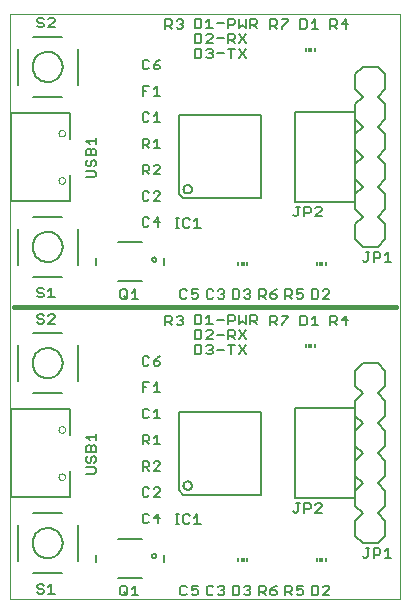
<source format=gto>
G75*
G70*
%OFA0B0*%
%FSLAX24Y24*%
%IPPOS*%
%LPD*%
%AMOC8*
5,1,8,0,0,1.08239X$1,22.5*
%
%ADD10C,0.0000*%
%ADD11C,0.0080*%
%ADD12R,0.0059X0.0118*%
%ADD13R,0.0118X0.0118*%
%ADD14C,0.0160*%
D10*
X000645Y000766D02*
X000645Y020266D01*
X013645Y020266D01*
X013645Y000766D01*
X000645Y000766D01*
X002258Y004854D02*
X002260Y004874D01*
X002266Y004894D01*
X002275Y004912D01*
X002288Y004929D01*
X002303Y004942D01*
X002321Y004952D01*
X002341Y004959D01*
X002361Y004962D01*
X002381Y004961D01*
X002401Y004956D01*
X002420Y004948D01*
X002437Y004936D01*
X002451Y004921D01*
X002462Y004903D01*
X002470Y004884D01*
X002474Y004864D01*
X002474Y004844D01*
X002470Y004824D01*
X002462Y004805D01*
X002451Y004787D01*
X002437Y004772D01*
X002420Y004760D01*
X002401Y004752D01*
X002381Y004747D01*
X002361Y004746D01*
X002341Y004749D01*
X002321Y004756D01*
X002303Y004766D01*
X002288Y004779D01*
X002275Y004796D01*
X002266Y004814D01*
X002260Y004834D01*
X002258Y004854D01*
X002258Y006428D02*
X002260Y006448D01*
X002266Y006468D01*
X002275Y006486D01*
X002288Y006503D01*
X002303Y006516D01*
X002321Y006526D01*
X002341Y006533D01*
X002361Y006536D01*
X002381Y006535D01*
X002401Y006530D01*
X002420Y006522D01*
X002437Y006510D01*
X002451Y006495D01*
X002462Y006477D01*
X002470Y006458D01*
X002474Y006438D01*
X002474Y006418D01*
X002470Y006398D01*
X002462Y006379D01*
X002451Y006361D01*
X002437Y006346D01*
X002420Y006334D01*
X002401Y006326D01*
X002381Y006321D01*
X002361Y006320D01*
X002341Y006323D01*
X002321Y006330D01*
X002303Y006340D01*
X002288Y006353D01*
X002275Y006370D01*
X002266Y006388D01*
X002260Y006408D01*
X002258Y006428D01*
X002258Y014729D02*
X002260Y014749D01*
X002266Y014769D01*
X002275Y014787D01*
X002288Y014804D01*
X002303Y014817D01*
X002321Y014827D01*
X002341Y014834D01*
X002361Y014837D01*
X002381Y014836D01*
X002401Y014831D01*
X002420Y014823D01*
X002437Y014811D01*
X002451Y014796D01*
X002462Y014778D01*
X002470Y014759D01*
X002474Y014739D01*
X002474Y014719D01*
X002470Y014699D01*
X002462Y014680D01*
X002451Y014662D01*
X002437Y014647D01*
X002420Y014635D01*
X002401Y014627D01*
X002381Y014622D01*
X002361Y014621D01*
X002341Y014624D01*
X002321Y014631D01*
X002303Y014641D01*
X002288Y014654D01*
X002275Y014671D01*
X002266Y014689D01*
X002260Y014709D01*
X002258Y014729D01*
X002258Y016303D02*
X002260Y016323D01*
X002266Y016343D01*
X002275Y016361D01*
X002288Y016378D01*
X002303Y016391D01*
X002321Y016401D01*
X002341Y016408D01*
X002361Y016411D01*
X002381Y016410D01*
X002401Y016405D01*
X002420Y016397D01*
X002437Y016385D01*
X002451Y016370D01*
X002462Y016352D01*
X002470Y016333D01*
X002474Y016313D01*
X002474Y016293D01*
X002470Y016273D01*
X002462Y016254D01*
X002451Y016236D01*
X002437Y016221D01*
X002420Y016209D01*
X002401Y016201D01*
X002381Y016196D01*
X002361Y016195D01*
X002341Y016198D01*
X002321Y016205D01*
X002303Y016215D01*
X002288Y016228D01*
X002275Y016245D01*
X002266Y016263D01*
X002260Y016283D01*
X002258Y016303D01*
D11*
X002642Y016107D02*
X002642Y016973D01*
X000674Y016973D01*
X000674Y014059D01*
X002642Y014059D01*
X002642Y014925D01*
X003185Y014833D02*
X003452Y014833D01*
X003505Y014886D01*
X003505Y014993D01*
X003452Y015046D01*
X003185Y015046D01*
X003238Y015201D02*
X003292Y015201D01*
X003345Y015254D01*
X003345Y015361D01*
X003398Y015415D01*
X003452Y015415D01*
X003505Y015361D01*
X003505Y015254D01*
X003452Y015201D01*
X003238Y015201D02*
X003185Y015254D01*
X003185Y015361D01*
X003238Y015415D01*
X003185Y015569D02*
X003185Y015729D01*
X003238Y015783D01*
X003292Y015783D01*
X003345Y015729D01*
X003345Y015569D01*
X003505Y015569D02*
X003505Y015729D01*
X003452Y015783D01*
X003398Y015783D01*
X003345Y015729D01*
X003292Y015938D02*
X003185Y016044D01*
X003505Y016044D01*
X003505Y015938D02*
X003505Y016151D01*
X003505Y015569D02*
X003185Y015569D01*
X002383Y017516D02*
X001395Y017516D01*
X000895Y017910D02*
X000895Y019122D01*
X001407Y019516D02*
X002383Y019516D01*
X002130Y019831D02*
X001917Y019831D01*
X002130Y020044D01*
X002130Y020098D01*
X002077Y020151D01*
X001970Y020151D01*
X001917Y020098D01*
X001762Y020098D02*
X001709Y020151D01*
X001602Y020151D01*
X001548Y020098D01*
X001548Y020044D01*
X001602Y019991D01*
X001709Y019991D01*
X001762Y019938D01*
X001762Y019884D01*
X001709Y019831D01*
X001602Y019831D01*
X001548Y019884D01*
X001395Y018516D02*
X001397Y018560D01*
X001403Y018604D01*
X001413Y018647D01*
X001426Y018689D01*
X001443Y018730D01*
X001464Y018769D01*
X001488Y018806D01*
X001515Y018841D01*
X001545Y018873D01*
X001578Y018903D01*
X001614Y018929D01*
X001651Y018953D01*
X001691Y018972D01*
X001732Y018989D01*
X001775Y019001D01*
X001818Y019010D01*
X001862Y019015D01*
X001906Y019016D01*
X001950Y019013D01*
X001994Y019006D01*
X002037Y018995D01*
X002079Y018981D01*
X002119Y018963D01*
X002158Y018941D01*
X002194Y018917D01*
X002228Y018889D01*
X002260Y018858D01*
X002289Y018824D01*
X002315Y018788D01*
X002337Y018750D01*
X002356Y018710D01*
X002371Y018668D01*
X002383Y018626D01*
X002391Y018582D01*
X002395Y018538D01*
X002395Y018494D01*
X002391Y018450D01*
X002383Y018406D01*
X002371Y018364D01*
X002356Y018322D01*
X002337Y018282D01*
X002315Y018244D01*
X002289Y018208D01*
X002260Y018174D01*
X002228Y018143D01*
X002194Y018115D01*
X002158Y018091D01*
X002119Y018069D01*
X002079Y018051D01*
X002037Y018037D01*
X001994Y018026D01*
X001950Y018019D01*
X001906Y018016D01*
X001862Y018017D01*
X001818Y018022D01*
X001775Y018031D01*
X001732Y018043D01*
X001691Y018060D01*
X001651Y018079D01*
X001614Y018103D01*
X001578Y018129D01*
X001545Y018159D01*
X001515Y018191D01*
X001488Y018226D01*
X001464Y018263D01*
X001443Y018302D01*
X001426Y018343D01*
X001413Y018385D01*
X001403Y018428D01*
X001397Y018472D01*
X001395Y018516D01*
X002895Y019122D02*
X002895Y017910D01*
X005060Y017876D02*
X005060Y017556D01*
X005060Y017716D02*
X005167Y017716D01*
X005060Y017876D02*
X005274Y017876D01*
X005428Y017769D02*
X005535Y017876D01*
X005535Y017556D01*
X005428Y017556D02*
X005642Y017556D01*
X005535Y017001D02*
X005535Y016681D01*
X005428Y016681D02*
X005642Y016681D01*
X005428Y016894D02*
X005535Y017001D01*
X005274Y016948D02*
X005220Y017001D01*
X005113Y017001D01*
X005060Y016948D01*
X005060Y016734D01*
X005113Y016681D01*
X005220Y016681D01*
X005274Y016734D01*
X005220Y016126D02*
X005060Y016126D01*
X005060Y015806D01*
X005060Y015913D02*
X005220Y015913D01*
X005274Y015966D01*
X005274Y016073D01*
X005220Y016126D01*
X005167Y015913D02*
X005274Y015806D01*
X005428Y015806D02*
X005642Y015806D01*
X005535Y015806D02*
X005535Y016126D01*
X005428Y016019D01*
X005482Y015251D02*
X005428Y015198D01*
X005482Y015251D02*
X005588Y015251D01*
X005642Y015198D01*
X005642Y015144D01*
X005428Y014931D01*
X005642Y014931D01*
X005274Y014931D02*
X005167Y015038D01*
X005220Y015038D02*
X005060Y015038D01*
X005060Y014931D02*
X005060Y015251D01*
X005220Y015251D01*
X005274Y015198D01*
X005274Y015091D01*
X005220Y015038D01*
X005220Y014376D02*
X005113Y014376D01*
X005060Y014323D01*
X005060Y014109D01*
X005113Y014056D01*
X005220Y014056D01*
X005274Y014109D01*
X005428Y014056D02*
X005642Y014269D01*
X005642Y014323D01*
X005588Y014376D01*
X005482Y014376D01*
X005428Y014323D01*
X005274Y014323D02*
X005220Y014376D01*
X005428Y014056D02*
X005642Y014056D01*
X005588Y013501D02*
X005428Y013341D01*
X005642Y013341D01*
X005588Y013181D02*
X005588Y013501D01*
X005274Y013448D02*
X005220Y013501D01*
X005113Y013501D01*
X005060Y013448D01*
X005060Y013234D01*
X005113Y013181D01*
X005220Y013181D01*
X005274Y013234D01*
X005058Y012666D02*
X004232Y012666D01*
X003503Y012134D02*
X003503Y011898D01*
X002895Y011910D02*
X002895Y013122D01*
X002383Y013516D02*
X001407Y013516D01*
X000895Y013122D02*
X000895Y011910D01*
X001395Y011516D02*
X002383Y011516D01*
X002023Y011151D02*
X002023Y010831D01*
X001917Y010831D02*
X002130Y010831D01*
X001917Y011044D02*
X002023Y011151D01*
X001762Y011098D02*
X001709Y011151D01*
X001602Y011151D01*
X001548Y011098D01*
X001548Y011044D01*
X001602Y010991D01*
X001709Y010991D01*
X001762Y010938D01*
X001762Y010884D01*
X001709Y010831D01*
X001602Y010831D01*
X001548Y010884D01*
X001602Y010276D02*
X001548Y010223D01*
X001548Y010169D01*
X001602Y010116D01*
X001709Y010116D01*
X001762Y010063D01*
X001762Y010009D01*
X001709Y009956D01*
X001602Y009956D01*
X001548Y010009D01*
X001602Y010276D02*
X001709Y010276D01*
X001762Y010223D01*
X001917Y010223D02*
X001970Y010276D01*
X002077Y010276D01*
X002130Y010223D01*
X002130Y010169D01*
X001917Y009956D01*
X002130Y009956D01*
X002383Y009641D02*
X001407Y009641D01*
X000895Y009247D02*
X000895Y008035D01*
X001395Y007641D02*
X002383Y007641D01*
X002642Y007098D02*
X000674Y007098D01*
X000674Y004184D01*
X002642Y004184D01*
X002642Y005050D01*
X003185Y004958D02*
X003452Y004958D01*
X003505Y005011D01*
X003505Y005118D01*
X003452Y005171D01*
X003185Y005171D01*
X003238Y005326D02*
X003292Y005326D01*
X003345Y005379D01*
X003345Y005486D01*
X003398Y005540D01*
X003452Y005540D01*
X003505Y005486D01*
X003505Y005379D01*
X003452Y005326D01*
X003505Y005694D02*
X003505Y005854D01*
X003452Y005908D01*
X003398Y005908D01*
X003345Y005854D01*
X003345Y005694D01*
X003505Y005694D02*
X003185Y005694D01*
X003185Y005854D01*
X003238Y005908D01*
X003292Y005908D01*
X003345Y005854D01*
X003292Y006063D02*
X003185Y006169D01*
X003505Y006169D01*
X003505Y006063D02*
X003505Y006276D01*
X003238Y005540D02*
X003185Y005486D01*
X003185Y005379D01*
X003238Y005326D01*
X002642Y006232D02*
X002642Y007098D01*
X002895Y008035D02*
X002895Y009247D01*
X001395Y008641D02*
X001397Y008685D01*
X001403Y008729D01*
X001413Y008772D01*
X001426Y008814D01*
X001443Y008855D01*
X001464Y008894D01*
X001488Y008931D01*
X001515Y008966D01*
X001545Y008998D01*
X001578Y009028D01*
X001614Y009054D01*
X001651Y009078D01*
X001691Y009097D01*
X001732Y009114D01*
X001775Y009126D01*
X001818Y009135D01*
X001862Y009140D01*
X001906Y009141D01*
X001950Y009138D01*
X001994Y009131D01*
X002037Y009120D01*
X002079Y009106D01*
X002119Y009088D01*
X002158Y009066D01*
X002194Y009042D01*
X002228Y009014D01*
X002260Y008983D01*
X002289Y008949D01*
X002315Y008913D01*
X002337Y008875D01*
X002356Y008835D01*
X002371Y008793D01*
X002383Y008751D01*
X002391Y008707D01*
X002395Y008663D01*
X002395Y008619D01*
X002391Y008575D01*
X002383Y008531D01*
X002371Y008489D01*
X002356Y008447D01*
X002337Y008407D01*
X002315Y008369D01*
X002289Y008333D01*
X002260Y008299D01*
X002228Y008268D01*
X002194Y008240D01*
X002158Y008216D01*
X002119Y008194D01*
X002079Y008176D01*
X002037Y008162D01*
X001994Y008151D01*
X001950Y008144D01*
X001906Y008141D01*
X001862Y008142D01*
X001818Y008147D01*
X001775Y008156D01*
X001732Y008168D01*
X001691Y008185D01*
X001651Y008204D01*
X001614Y008228D01*
X001578Y008254D01*
X001545Y008284D01*
X001515Y008316D01*
X001488Y008351D01*
X001464Y008388D01*
X001443Y008427D01*
X001426Y008468D01*
X001413Y008510D01*
X001403Y008553D01*
X001397Y008597D01*
X001395Y008641D01*
X001395Y012516D02*
X001397Y012560D01*
X001403Y012604D01*
X001413Y012647D01*
X001426Y012689D01*
X001443Y012730D01*
X001464Y012769D01*
X001488Y012806D01*
X001515Y012841D01*
X001545Y012873D01*
X001578Y012903D01*
X001614Y012929D01*
X001651Y012953D01*
X001691Y012972D01*
X001732Y012989D01*
X001775Y013001D01*
X001818Y013010D01*
X001862Y013015D01*
X001906Y013016D01*
X001950Y013013D01*
X001994Y013006D01*
X002037Y012995D01*
X002079Y012981D01*
X002119Y012963D01*
X002158Y012941D01*
X002194Y012917D01*
X002228Y012889D01*
X002260Y012858D01*
X002289Y012824D01*
X002315Y012788D01*
X002337Y012750D01*
X002356Y012710D01*
X002371Y012668D01*
X002383Y012626D01*
X002391Y012582D01*
X002395Y012538D01*
X002395Y012494D01*
X002391Y012450D01*
X002383Y012406D01*
X002371Y012364D01*
X002356Y012322D01*
X002337Y012282D01*
X002315Y012244D01*
X002289Y012208D01*
X002260Y012174D01*
X002228Y012143D01*
X002194Y012115D01*
X002158Y012091D01*
X002119Y012069D01*
X002079Y012051D01*
X002037Y012037D01*
X001994Y012026D01*
X001950Y012019D01*
X001906Y012016D01*
X001862Y012017D01*
X001818Y012022D01*
X001775Y012031D01*
X001732Y012043D01*
X001691Y012060D01*
X001651Y012079D01*
X001614Y012103D01*
X001578Y012129D01*
X001545Y012159D01*
X001515Y012191D01*
X001488Y012226D01*
X001464Y012263D01*
X001443Y012302D01*
X001426Y012343D01*
X001413Y012385D01*
X001403Y012428D01*
X001397Y012472D01*
X001395Y012516D01*
X004232Y011366D02*
X005058Y011366D01*
X004798Y011101D02*
X004798Y010781D01*
X004692Y010781D02*
X004905Y010781D01*
X004692Y010994D02*
X004798Y011101D01*
X004537Y011048D02*
X004537Y010834D01*
X004484Y010781D01*
X004377Y010781D01*
X004323Y010834D01*
X004323Y011048D01*
X004377Y011101D01*
X004484Y011101D01*
X004537Y011048D01*
X004430Y010888D02*
X004537Y010781D01*
X005380Y012095D02*
X005382Y012112D01*
X005388Y012127D01*
X005397Y012141D01*
X005409Y012153D01*
X005423Y012161D01*
X005439Y012166D01*
X005456Y012167D01*
X005473Y012164D01*
X005488Y012157D01*
X005501Y012147D01*
X005512Y012135D01*
X005520Y012120D01*
X005524Y012103D01*
X005524Y012087D01*
X005520Y012070D01*
X005512Y012055D01*
X005501Y012043D01*
X005488Y012033D01*
X005473Y012026D01*
X005456Y012023D01*
X005439Y012024D01*
X005423Y012029D01*
X005409Y012037D01*
X005397Y012049D01*
X005388Y012063D01*
X005382Y012078D01*
X005380Y012095D01*
X005787Y012134D02*
X005787Y011898D01*
X006377Y011101D02*
X006323Y011048D01*
X006323Y010834D01*
X006377Y010781D01*
X006484Y010781D01*
X006537Y010834D01*
X006692Y010834D02*
X006745Y010781D01*
X006852Y010781D01*
X006905Y010834D01*
X006905Y010941D01*
X006852Y010994D01*
X006798Y010994D01*
X006692Y010941D01*
X006692Y011101D01*
X006905Y011101D01*
X007198Y011048D02*
X007198Y010834D01*
X007252Y010781D01*
X007359Y010781D01*
X007412Y010834D01*
X007567Y010834D02*
X007620Y010781D01*
X007727Y010781D01*
X007780Y010834D01*
X007780Y010888D01*
X007727Y010941D01*
X007673Y010941D01*
X007727Y010941D02*
X007780Y010994D01*
X007780Y011048D01*
X007727Y011101D01*
X007620Y011101D01*
X007567Y011048D01*
X007412Y011048D02*
X007359Y011101D01*
X007252Y011101D01*
X007198Y011048D01*
X007285Y010251D02*
X007285Y009931D01*
X007178Y009931D02*
X007392Y009931D01*
X007338Y009751D02*
X007232Y009751D01*
X007178Y009698D01*
X007024Y009698D02*
X007024Y009484D01*
X006970Y009431D01*
X006810Y009431D01*
X006810Y009751D01*
X006970Y009751D01*
X007024Y009698D01*
X006970Y009931D02*
X007024Y009984D01*
X007024Y010198D01*
X006970Y010251D01*
X006810Y010251D01*
X006810Y009931D01*
X006970Y009931D01*
X007178Y010144D02*
X007285Y010251D01*
X007547Y010091D02*
X007760Y010091D01*
X007915Y010038D02*
X008075Y010038D01*
X008128Y010091D01*
X008128Y010198D01*
X008075Y010251D01*
X007915Y010251D01*
X007915Y009931D01*
X007915Y009751D02*
X008075Y009751D01*
X008128Y009698D01*
X008128Y009591D01*
X008075Y009538D01*
X007915Y009538D01*
X008022Y009538D02*
X008128Y009431D01*
X008283Y009431D02*
X008497Y009751D01*
X008497Y009931D02*
X008497Y010251D01*
X008652Y010251D02*
X008812Y010251D01*
X008865Y010198D01*
X008865Y010091D01*
X008812Y010038D01*
X008652Y010038D01*
X008758Y010038D02*
X008865Y009931D01*
X008652Y009931D02*
X008652Y010251D01*
X008390Y010038D02*
X008497Y009931D01*
X008390Y010038D02*
X008283Y009931D01*
X008283Y010251D01*
X008283Y009751D02*
X008497Y009431D01*
X008497Y009251D02*
X008283Y008931D01*
X008497Y008931D02*
X008283Y009251D01*
X008128Y009251D02*
X007915Y009251D01*
X008022Y009251D02*
X008022Y008931D01*
X007760Y009091D02*
X007547Y009091D01*
X007392Y009038D02*
X007392Y008984D01*
X007338Y008931D01*
X007232Y008931D01*
X007178Y008984D01*
X007285Y009091D02*
X007338Y009091D01*
X007392Y009038D01*
X007338Y009091D02*
X007392Y009144D01*
X007392Y009198D01*
X007338Y009251D01*
X007232Y009251D01*
X007178Y009198D01*
X007024Y009198D02*
X007024Y008984D01*
X006970Y008931D01*
X006810Y008931D01*
X006810Y009251D01*
X006970Y009251D01*
X007024Y009198D01*
X007178Y009431D02*
X007392Y009644D01*
X007392Y009698D01*
X007338Y009751D01*
X007547Y009591D02*
X007760Y009591D01*
X007915Y009431D02*
X007915Y009751D01*
X007392Y009431D02*
X007178Y009431D01*
X006405Y009959D02*
X006352Y009906D01*
X006245Y009906D01*
X006192Y009959D01*
X006298Y010066D02*
X006352Y010066D01*
X006405Y010013D01*
X006405Y009959D01*
X006352Y010066D02*
X006405Y010119D01*
X006405Y010173D01*
X006352Y010226D01*
X006245Y010226D01*
X006192Y010173D01*
X006037Y010173D02*
X006037Y010066D01*
X005984Y010013D01*
X005823Y010013D01*
X005823Y009906D02*
X005823Y010226D01*
X005984Y010226D01*
X006037Y010173D01*
X005930Y010013D02*
X006037Y009906D01*
X005642Y008876D02*
X005535Y008823D01*
X005428Y008716D01*
X005588Y008716D01*
X005642Y008663D01*
X005642Y008609D01*
X005588Y008556D01*
X005482Y008556D01*
X005428Y008609D01*
X005428Y008716D01*
X005274Y008609D02*
X005220Y008556D01*
X005113Y008556D01*
X005060Y008609D01*
X005060Y008823D01*
X005113Y008876D01*
X005220Y008876D01*
X005274Y008823D01*
X005274Y008001D02*
X005060Y008001D01*
X005060Y007681D01*
X005060Y007841D02*
X005167Y007841D01*
X005428Y007894D02*
X005535Y008001D01*
X005535Y007681D01*
X005428Y007681D02*
X005642Y007681D01*
X005535Y007126D02*
X005428Y007019D01*
X005535Y007126D02*
X005535Y006806D01*
X005428Y006806D02*
X005642Y006806D01*
X005274Y006859D02*
X005220Y006806D01*
X005113Y006806D01*
X005060Y006859D01*
X005060Y007073D01*
X005113Y007126D01*
X005220Y007126D01*
X005274Y007073D01*
X005220Y006251D02*
X005060Y006251D01*
X005060Y005931D01*
X005060Y006038D02*
X005220Y006038D01*
X005274Y006091D01*
X005274Y006198D01*
X005220Y006251D01*
X005167Y006038D02*
X005274Y005931D01*
X005428Y005931D02*
X005642Y005931D01*
X005535Y005931D02*
X005535Y006251D01*
X005428Y006144D01*
X005482Y005376D02*
X005428Y005323D01*
X005482Y005376D02*
X005588Y005376D01*
X005642Y005323D01*
X005642Y005269D01*
X005428Y005056D01*
X005642Y005056D01*
X005588Y004501D02*
X005482Y004501D01*
X005428Y004448D01*
X005274Y004448D02*
X005220Y004501D01*
X005113Y004501D01*
X005060Y004448D01*
X005060Y004234D01*
X005113Y004181D01*
X005220Y004181D01*
X005274Y004234D01*
X005428Y004181D02*
X005642Y004394D01*
X005642Y004448D01*
X005588Y004501D01*
X005642Y004181D02*
X005428Y004181D01*
X005588Y003626D02*
X005428Y003466D01*
X005642Y003466D01*
X005588Y003306D02*
X005588Y003626D01*
X005274Y003573D02*
X005220Y003626D01*
X005113Y003626D01*
X005060Y003573D01*
X005060Y003359D01*
X005113Y003306D01*
X005220Y003306D01*
X005274Y003359D01*
X005058Y002791D02*
X004232Y002791D01*
X003503Y002259D02*
X003503Y002023D01*
X002895Y002035D02*
X002895Y003247D01*
X002383Y003641D02*
X001407Y003641D01*
X000895Y003247D02*
X000895Y002035D01*
X001395Y001641D02*
X002383Y001641D01*
X002023Y001276D02*
X002023Y000956D01*
X001917Y000956D02*
X002130Y000956D01*
X001917Y001169D02*
X002023Y001276D01*
X001762Y001223D02*
X001709Y001276D01*
X001602Y001276D01*
X001548Y001223D01*
X001548Y001169D01*
X001602Y001116D01*
X001709Y001116D01*
X001762Y001063D01*
X001762Y001009D01*
X001709Y000956D01*
X001602Y000956D01*
X001548Y001009D01*
X001395Y002641D02*
X001397Y002685D01*
X001403Y002729D01*
X001413Y002772D01*
X001426Y002814D01*
X001443Y002855D01*
X001464Y002894D01*
X001488Y002931D01*
X001515Y002966D01*
X001545Y002998D01*
X001578Y003028D01*
X001614Y003054D01*
X001651Y003078D01*
X001691Y003097D01*
X001732Y003114D01*
X001775Y003126D01*
X001818Y003135D01*
X001862Y003140D01*
X001906Y003141D01*
X001950Y003138D01*
X001994Y003131D01*
X002037Y003120D01*
X002079Y003106D01*
X002119Y003088D01*
X002158Y003066D01*
X002194Y003042D01*
X002228Y003014D01*
X002260Y002983D01*
X002289Y002949D01*
X002315Y002913D01*
X002337Y002875D01*
X002356Y002835D01*
X002371Y002793D01*
X002383Y002751D01*
X002391Y002707D01*
X002395Y002663D01*
X002395Y002619D01*
X002391Y002575D01*
X002383Y002531D01*
X002371Y002489D01*
X002356Y002447D01*
X002337Y002407D01*
X002315Y002369D01*
X002289Y002333D01*
X002260Y002299D01*
X002228Y002268D01*
X002194Y002240D01*
X002158Y002216D01*
X002119Y002194D01*
X002079Y002176D01*
X002037Y002162D01*
X001994Y002151D01*
X001950Y002144D01*
X001906Y002141D01*
X001862Y002142D01*
X001818Y002147D01*
X001775Y002156D01*
X001732Y002168D01*
X001691Y002185D01*
X001651Y002204D01*
X001614Y002228D01*
X001578Y002254D01*
X001545Y002284D01*
X001515Y002316D01*
X001488Y002351D01*
X001464Y002388D01*
X001443Y002427D01*
X001426Y002468D01*
X001413Y002510D01*
X001403Y002553D01*
X001397Y002597D01*
X001395Y002641D01*
X004232Y001491D02*
X005058Y001491D01*
X004798Y001226D02*
X004798Y000906D01*
X004692Y000906D02*
X004905Y000906D01*
X004692Y001119D02*
X004798Y001226D01*
X004537Y001173D02*
X004537Y000959D01*
X004484Y000906D01*
X004377Y000906D01*
X004323Y000959D01*
X004323Y001173D01*
X004377Y001226D01*
X004484Y001226D01*
X004537Y001173D01*
X004430Y001013D02*
X004537Y000906D01*
X005380Y002220D02*
X005382Y002237D01*
X005388Y002252D01*
X005397Y002266D01*
X005409Y002278D01*
X005423Y002286D01*
X005439Y002291D01*
X005456Y002292D01*
X005473Y002289D01*
X005488Y002282D01*
X005501Y002272D01*
X005512Y002260D01*
X005520Y002245D01*
X005524Y002228D01*
X005524Y002212D01*
X005520Y002195D01*
X005512Y002180D01*
X005501Y002168D01*
X005488Y002158D01*
X005473Y002151D01*
X005456Y002148D01*
X005439Y002149D01*
X005423Y002154D01*
X005409Y002162D01*
X005397Y002174D01*
X005388Y002188D01*
X005382Y002203D01*
X005380Y002220D01*
X005787Y002259D02*
X005787Y002023D01*
X006377Y001226D02*
X006323Y001173D01*
X006323Y000959D01*
X006377Y000906D01*
X006484Y000906D01*
X006537Y000959D01*
X006692Y000959D02*
X006745Y000906D01*
X006852Y000906D01*
X006905Y000959D01*
X006905Y001066D01*
X006852Y001119D01*
X006798Y001119D01*
X006692Y001066D01*
X006692Y001226D01*
X006905Y001226D01*
X007198Y001173D02*
X007198Y000959D01*
X007252Y000906D01*
X007359Y000906D01*
X007412Y000959D01*
X007567Y000959D02*
X007620Y000906D01*
X007727Y000906D01*
X007780Y000959D01*
X007780Y001013D01*
X007727Y001066D01*
X007673Y001066D01*
X007727Y001066D02*
X007780Y001119D01*
X007780Y001173D01*
X007727Y001226D01*
X007620Y001226D01*
X007567Y001173D01*
X007412Y001173D02*
X007359Y001226D01*
X007252Y001226D01*
X007198Y001173D01*
X006537Y001173D02*
X006484Y001226D01*
X006377Y001226D01*
X006467Y003281D02*
X006413Y003334D01*
X006413Y003548D01*
X006467Y003601D01*
X006574Y003601D01*
X006627Y003548D01*
X006782Y003494D02*
X006888Y003601D01*
X006888Y003281D01*
X006782Y003281D02*
X006995Y003281D01*
X006627Y003334D02*
X006574Y003281D01*
X006467Y003281D01*
X006275Y003281D02*
X006168Y003281D01*
X006221Y003281D02*
X006221Y003601D01*
X006168Y003601D02*
X006275Y003601D01*
X006405Y004261D02*
X006265Y004401D01*
X006265Y007021D01*
X009025Y007021D01*
X009025Y004261D01*
X006405Y004261D01*
X006424Y004561D02*
X006426Y004584D01*
X006432Y004607D01*
X006441Y004628D01*
X006454Y004648D01*
X006470Y004665D01*
X006488Y004679D01*
X006508Y004690D01*
X006530Y004698D01*
X006553Y004702D01*
X006577Y004702D01*
X006600Y004698D01*
X006622Y004690D01*
X006642Y004679D01*
X006660Y004665D01*
X006676Y004648D01*
X006689Y004628D01*
X006698Y004607D01*
X006704Y004584D01*
X006706Y004561D01*
X006704Y004538D01*
X006698Y004515D01*
X006689Y004494D01*
X006676Y004474D01*
X006660Y004457D01*
X006642Y004443D01*
X006622Y004432D01*
X006600Y004424D01*
X006577Y004420D01*
X006553Y004420D01*
X006530Y004424D01*
X006508Y004432D01*
X006488Y004443D01*
X006470Y004457D01*
X006454Y004474D01*
X006441Y004494D01*
X006432Y004515D01*
X006426Y004538D01*
X006424Y004561D01*
X005274Y005056D02*
X005167Y005163D01*
X005220Y005163D02*
X005060Y005163D01*
X005060Y005056D02*
X005060Y005376D01*
X005220Y005376D01*
X005274Y005323D01*
X005274Y005216D01*
X005220Y005163D01*
X008073Y001226D02*
X008073Y000906D01*
X008234Y000906D01*
X008287Y000959D01*
X008287Y001173D01*
X008234Y001226D01*
X008073Y001226D01*
X008442Y001173D02*
X008495Y001226D01*
X008602Y001226D01*
X008655Y001173D01*
X008655Y001119D01*
X008602Y001066D01*
X008655Y001013D01*
X008655Y000959D01*
X008602Y000906D01*
X008495Y000906D01*
X008442Y000959D01*
X008548Y001066D02*
X008602Y001066D01*
X008948Y001013D02*
X009109Y001013D01*
X009162Y001066D01*
X009162Y001173D01*
X009109Y001226D01*
X008948Y001226D01*
X008948Y000906D01*
X009055Y001013D02*
X009162Y000906D01*
X009317Y000959D02*
X009317Y001066D01*
X009477Y001066D01*
X009530Y001013D01*
X009530Y000959D01*
X009477Y000906D01*
X009370Y000906D01*
X009317Y000959D01*
X009317Y001066D02*
X009423Y001173D01*
X009530Y001226D01*
X009823Y001226D02*
X009823Y000906D01*
X009823Y001013D02*
X009984Y001013D01*
X010037Y001066D01*
X010037Y001173D01*
X009984Y001226D01*
X009823Y001226D01*
X009930Y001013D02*
X010037Y000906D01*
X010192Y000959D02*
X010245Y000906D01*
X010352Y000906D01*
X010405Y000959D01*
X010405Y001066D01*
X010352Y001119D01*
X010298Y001119D01*
X010192Y001066D01*
X010192Y001226D01*
X010405Y001226D01*
X010698Y001226D02*
X010698Y000906D01*
X010859Y000906D01*
X010912Y000959D01*
X010912Y001173D01*
X010859Y001226D01*
X010698Y001226D01*
X011067Y001173D02*
X011120Y001226D01*
X011227Y001226D01*
X011280Y001173D01*
X011280Y001119D01*
X011067Y000906D01*
X011280Y000906D01*
X012458Y002151D02*
X012405Y002204D01*
X012458Y002151D02*
X012512Y002151D01*
X012565Y002204D01*
X012565Y002471D01*
X012512Y002471D02*
X012619Y002471D01*
X012773Y002471D02*
X012773Y002151D01*
X012773Y002258D02*
X012933Y002258D01*
X012987Y002311D01*
X012987Y002418D01*
X012933Y002471D01*
X012773Y002471D01*
X012895Y002641D02*
X013145Y002891D01*
X013145Y003391D01*
X012895Y003641D01*
X013145Y003891D01*
X013145Y004391D01*
X012895Y004641D01*
X013145Y004891D01*
X013145Y005391D01*
X012895Y005641D01*
X013145Y005891D01*
X013145Y006391D01*
X012895Y006641D01*
X013145Y006891D01*
X013145Y007391D01*
X012895Y007641D01*
X013145Y007891D01*
X013145Y008391D01*
X012895Y008641D01*
X012395Y008641D01*
X012145Y008391D01*
X012145Y007891D01*
X012395Y007641D01*
X012145Y007391D01*
X012145Y007141D01*
X010145Y007141D01*
X010145Y004141D01*
X012145Y004141D01*
X012145Y004391D01*
X012145Y006891D01*
X012145Y007141D01*
X012145Y006891D02*
X012395Y006641D01*
X012145Y006391D01*
X012145Y005891D01*
X012395Y005641D01*
X012145Y005391D01*
X012145Y004891D01*
X012395Y004641D01*
X012145Y004391D01*
X012145Y004141D02*
X012145Y003891D01*
X012395Y003641D01*
X012145Y003391D01*
X012145Y002891D01*
X012395Y002641D01*
X012895Y002641D01*
X013142Y002364D02*
X013248Y002471D01*
X013248Y002151D01*
X013142Y002151D02*
X013355Y002151D01*
X011030Y003656D02*
X010817Y003656D01*
X011030Y003869D01*
X011030Y003923D01*
X010977Y003976D01*
X010870Y003976D01*
X010817Y003923D01*
X010662Y003923D02*
X010662Y003816D01*
X010609Y003763D01*
X010448Y003763D01*
X010448Y003656D02*
X010448Y003976D01*
X010609Y003976D01*
X010662Y003923D01*
X010294Y003976D02*
X010187Y003976D01*
X010240Y003976D02*
X010240Y003709D01*
X010187Y003656D01*
X010133Y003656D01*
X010080Y003709D01*
X010323Y009906D02*
X010484Y009906D01*
X010537Y009959D01*
X010537Y010173D01*
X010484Y010226D01*
X010323Y010226D01*
X010323Y009906D01*
X010692Y009906D02*
X010905Y009906D01*
X010798Y009906D02*
X010798Y010226D01*
X010692Y010119D01*
X010698Y010781D02*
X010859Y010781D01*
X010912Y010834D01*
X010912Y011048D01*
X010859Y011101D01*
X010698Y011101D01*
X010698Y010781D01*
X010405Y010834D02*
X010352Y010781D01*
X010245Y010781D01*
X010192Y010834D01*
X010192Y010941D02*
X010298Y010994D01*
X010352Y010994D01*
X010405Y010941D01*
X010405Y010834D01*
X010192Y010941D02*
X010192Y011101D01*
X010405Y011101D01*
X010037Y011048D02*
X010037Y010941D01*
X009984Y010888D01*
X009823Y010888D01*
X009823Y010781D02*
X009823Y011101D01*
X009984Y011101D01*
X010037Y011048D01*
X009930Y010888D02*
X010037Y010781D01*
X009905Y010226D02*
X009905Y010173D01*
X009692Y009959D01*
X009692Y009906D01*
X009537Y009906D02*
X009430Y010013D01*
X009484Y010013D02*
X009323Y010013D01*
X009323Y009906D02*
X009323Y010226D01*
X009484Y010226D01*
X009537Y010173D01*
X009537Y010066D01*
X009484Y010013D01*
X009692Y010226D02*
X009905Y010226D01*
X009477Y010781D02*
X009530Y010834D01*
X009530Y010888D01*
X009477Y010941D01*
X009317Y010941D01*
X009317Y010834D01*
X009370Y010781D01*
X009477Y010781D01*
X009317Y010941D02*
X009423Y011048D01*
X009530Y011101D01*
X009162Y011048D02*
X009162Y010941D01*
X009109Y010888D01*
X008948Y010888D01*
X008948Y010781D02*
X008948Y011101D01*
X009109Y011101D01*
X009162Y011048D01*
X009055Y010888D02*
X009162Y010781D01*
X008655Y010834D02*
X008602Y010781D01*
X008495Y010781D01*
X008442Y010834D01*
X008548Y010941D02*
X008602Y010941D01*
X008655Y010888D01*
X008655Y010834D01*
X008602Y010941D02*
X008655Y010994D01*
X008655Y011048D01*
X008602Y011101D01*
X008495Y011101D01*
X008442Y011048D01*
X008287Y011048D02*
X008287Y010834D01*
X008234Y010781D01*
X008073Y010781D01*
X008073Y011101D01*
X008234Y011101D01*
X008287Y011048D01*
X006995Y013156D02*
X006782Y013156D01*
X006888Y013156D02*
X006888Y013476D01*
X006782Y013369D01*
X006627Y013423D02*
X006574Y013476D01*
X006467Y013476D01*
X006413Y013423D01*
X006413Y013209D01*
X006467Y013156D01*
X006574Y013156D01*
X006627Y013209D01*
X006275Y013156D02*
X006168Y013156D01*
X006221Y013156D02*
X006221Y013476D01*
X006168Y013476D02*
X006275Y013476D01*
X006405Y014136D02*
X006265Y014276D01*
X006265Y016896D01*
X009025Y016896D01*
X009025Y014136D01*
X006405Y014136D01*
X006424Y014436D02*
X006426Y014459D01*
X006432Y014482D01*
X006441Y014503D01*
X006454Y014523D01*
X006470Y014540D01*
X006488Y014554D01*
X006508Y014565D01*
X006530Y014573D01*
X006553Y014577D01*
X006577Y014577D01*
X006600Y014573D01*
X006622Y014565D01*
X006642Y014554D01*
X006660Y014540D01*
X006676Y014523D01*
X006689Y014503D01*
X006698Y014482D01*
X006704Y014459D01*
X006706Y014436D01*
X006704Y014413D01*
X006698Y014390D01*
X006689Y014369D01*
X006676Y014349D01*
X006660Y014332D01*
X006642Y014318D01*
X006622Y014307D01*
X006600Y014299D01*
X006577Y014295D01*
X006553Y014295D01*
X006530Y014299D01*
X006508Y014307D01*
X006488Y014318D01*
X006470Y014332D01*
X006454Y014349D01*
X006441Y014369D01*
X006432Y014390D01*
X006426Y014413D01*
X006424Y014436D01*
X006484Y011101D02*
X006377Y011101D01*
X006484Y011101D02*
X006537Y011048D01*
X010080Y013584D02*
X010133Y013531D01*
X010187Y013531D01*
X010240Y013584D01*
X010240Y013851D01*
X010187Y013851D02*
X010294Y013851D01*
X010448Y013851D02*
X010609Y013851D01*
X010662Y013798D01*
X010662Y013691D01*
X010609Y013638D01*
X010448Y013638D01*
X010448Y013531D02*
X010448Y013851D01*
X010817Y013798D02*
X010870Y013851D01*
X010977Y013851D01*
X011030Y013798D01*
X011030Y013744D01*
X010817Y013531D01*
X011030Y013531D01*
X010145Y014016D02*
X010145Y017016D01*
X012145Y017016D01*
X012145Y017266D01*
X012395Y017516D01*
X012145Y017766D01*
X012145Y018266D01*
X012395Y018516D01*
X012895Y018516D01*
X013145Y018266D01*
X013145Y017766D01*
X012895Y017516D01*
X013145Y017266D01*
X013145Y016766D01*
X012895Y016516D01*
X013145Y016266D01*
X013145Y015766D01*
X012895Y015516D01*
X013145Y015266D01*
X013145Y014766D01*
X012895Y014516D01*
X013145Y014266D01*
X013145Y013766D01*
X012895Y013516D01*
X013145Y013266D01*
X013145Y012766D01*
X012895Y012516D01*
X012395Y012516D01*
X012145Y012766D01*
X012145Y013266D01*
X012395Y013516D01*
X012145Y013766D01*
X012145Y014016D01*
X010145Y014016D01*
X012145Y014016D02*
X012145Y014266D01*
X012145Y016766D01*
X012145Y017016D01*
X012145Y016766D02*
X012395Y016516D01*
X012145Y016266D01*
X012145Y015766D01*
X012395Y015516D01*
X012145Y015266D01*
X012145Y014766D01*
X012395Y014516D01*
X012145Y014266D01*
X012512Y012346D02*
X012619Y012346D01*
X012565Y012346D02*
X012565Y012079D01*
X012512Y012026D01*
X012458Y012026D01*
X012405Y012079D01*
X012773Y012026D02*
X012773Y012346D01*
X012933Y012346D01*
X012987Y012293D01*
X012987Y012186D01*
X012933Y012133D01*
X012773Y012133D01*
X013142Y012239D02*
X013248Y012346D01*
X013248Y012026D01*
X013142Y012026D02*
X013355Y012026D01*
X011905Y010066D02*
X011692Y010066D01*
X011852Y010226D01*
X011852Y009906D01*
X011537Y009906D02*
X011430Y010013D01*
X011484Y010013D02*
X011323Y010013D01*
X011323Y009906D02*
X011323Y010226D01*
X011484Y010226D01*
X011537Y010173D01*
X011537Y010066D01*
X011484Y010013D01*
X011280Y010781D02*
X011067Y010781D01*
X011280Y010994D01*
X011280Y011048D01*
X011227Y011101D01*
X011120Y011101D01*
X011067Y011048D01*
X008497Y018806D02*
X008283Y019126D01*
X008128Y019126D02*
X007915Y019126D01*
X008022Y019126D02*
X008022Y018806D01*
X008283Y018806D02*
X008497Y019126D01*
X008497Y019306D02*
X008283Y019626D01*
X008128Y019573D02*
X008128Y019466D01*
X008075Y019413D01*
X007915Y019413D01*
X008022Y019413D02*
X008128Y019306D01*
X008283Y019306D02*
X008497Y019626D01*
X008497Y019806D02*
X008497Y020126D01*
X008652Y020126D02*
X008812Y020126D01*
X008865Y020073D01*
X008865Y019966D01*
X008812Y019913D01*
X008652Y019913D01*
X008758Y019913D02*
X008865Y019806D01*
X008652Y019806D02*
X008652Y020126D01*
X008390Y019913D02*
X008497Y019806D01*
X008390Y019913D02*
X008283Y019806D01*
X008283Y020126D01*
X008128Y020073D02*
X008128Y019966D01*
X008075Y019913D01*
X007915Y019913D01*
X007915Y019806D02*
X007915Y020126D01*
X008075Y020126D01*
X008128Y020073D01*
X007760Y019966D02*
X007547Y019966D01*
X007392Y019806D02*
X007178Y019806D01*
X007285Y019806D02*
X007285Y020126D01*
X007178Y020019D01*
X007024Y020073D02*
X007024Y019859D01*
X006970Y019806D01*
X006810Y019806D01*
X006810Y020126D01*
X006970Y020126D01*
X007024Y020073D01*
X006970Y019626D02*
X006810Y019626D01*
X006810Y019306D01*
X006970Y019306D01*
X007024Y019359D01*
X007024Y019573D01*
X006970Y019626D01*
X007178Y019573D02*
X007232Y019626D01*
X007338Y019626D01*
X007392Y019573D01*
X007392Y019519D01*
X007178Y019306D01*
X007392Y019306D01*
X007338Y019126D02*
X007232Y019126D01*
X007178Y019073D01*
X007285Y018966D02*
X007338Y018966D01*
X007392Y018913D01*
X007392Y018859D01*
X007338Y018806D01*
X007232Y018806D01*
X007178Y018859D01*
X007024Y018859D02*
X007024Y019073D01*
X006970Y019126D01*
X006810Y019126D01*
X006810Y018806D01*
X006970Y018806D01*
X007024Y018859D01*
X007338Y018966D02*
X007392Y019019D01*
X007392Y019073D01*
X007338Y019126D01*
X007547Y018966D02*
X007760Y018966D01*
X007915Y019306D02*
X007915Y019626D01*
X008075Y019626D01*
X008128Y019573D01*
X007760Y019466D02*
X007547Y019466D01*
X006405Y019834D02*
X006352Y019781D01*
X006245Y019781D01*
X006192Y019834D01*
X006298Y019941D02*
X006352Y019941D01*
X006405Y019888D01*
X006405Y019834D01*
X006352Y019941D02*
X006405Y019994D01*
X006405Y020048D01*
X006352Y020101D01*
X006245Y020101D01*
X006192Y020048D01*
X006037Y020048D02*
X006037Y019941D01*
X005984Y019888D01*
X005823Y019888D01*
X005823Y019781D02*
X005823Y020101D01*
X005984Y020101D01*
X006037Y020048D01*
X005930Y019888D02*
X006037Y019781D01*
X005642Y018751D02*
X005535Y018698D01*
X005428Y018591D01*
X005588Y018591D01*
X005642Y018538D01*
X005642Y018484D01*
X005588Y018431D01*
X005482Y018431D01*
X005428Y018484D01*
X005428Y018591D01*
X005274Y018484D02*
X005220Y018431D01*
X005113Y018431D01*
X005060Y018484D01*
X005060Y018698D01*
X005113Y018751D01*
X005220Y018751D01*
X005274Y018698D01*
X009323Y019781D02*
X009323Y020101D01*
X009484Y020101D01*
X009537Y020048D01*
X009537Y019941D01*
X009484Y019888D01*
X009323Y019888D01*
X009430Y019888D02*
X009537Y019781D01*
X009692Y019781D02*
X009692Y019834D01*
X009905Y020048D01*
X009905Y020101D01*
X009692Y020101D01*
X010323Y020101D02*
X010323Y019781D01*
X010484Y019781D01*
X010537Y019834D01*
X010537Y020048D01*
X010484Y020101D01*
X010323Y020101D01*
X010692Y019994D02*
X010798Y020101D01*
X010798Y019781D01*
X010692Y019781D02*
X010905Y019781D01*
X011323Y019781D02*
X011323Y020101D01*
X011484Y020101D01*
X011537Y020048D01*
X011537Y019941D01*
X011484Y019888D01*
X011323Y019888D01*
X011430Y019888D02*
X011537Y019781D01*
X011692Y019941D02*
X011905Y019941D01*
X011852Y019781D02*
X011852Y020101D01*
X011692Y019941D01*
D12*
X010793Y019075D03*
X010497Y019075D03*
X010872Y011957D03*
X011168Y011957D03*
X010793Y009200D03*
X010497Y009200D03*
X008543Y011957D03*
X008247Y011957D03*
X008247Y002082D03*
X008543Y002082D03*
X010872Y002082D03*
X011168Y002082D03*
D13*
X011020Y002082D03*
X008395Y002082D03*
X010645Y009200D03*
X011020Y011957D03*
X008395Y011957D03*
X010645Y019075D03*
D14*
X013520Y010516D02*
X000770Y010516D01*
M02*

</source>
